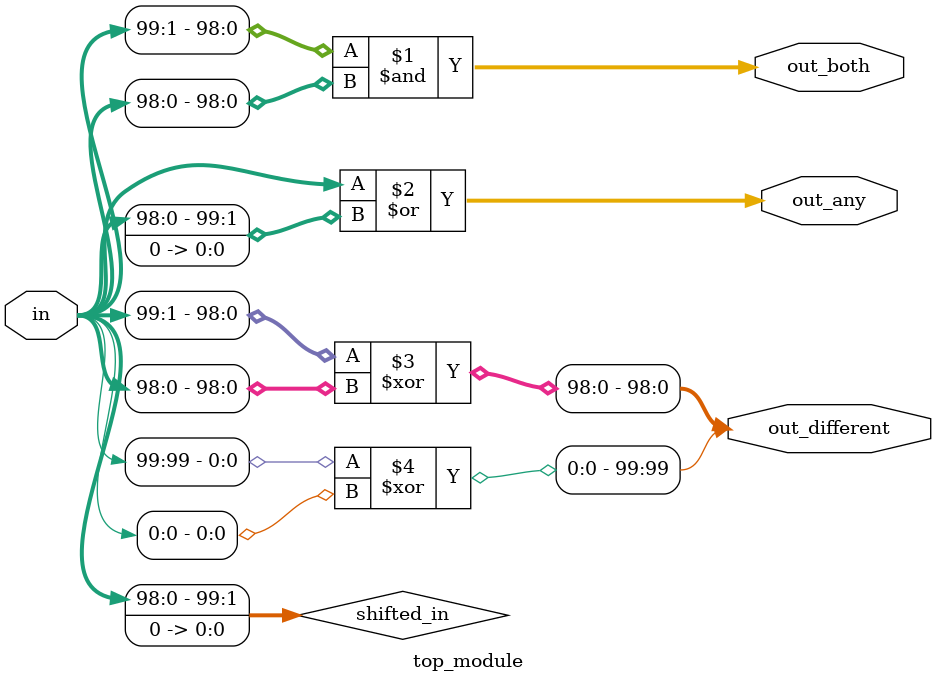
<source format=sv>
module top_module (
    input [99:0] in,
    output [98:0] out_both,
    output [99:0] out_any,
    output [99:0] out_different
);

    wire [99:0] shifted_in = {in[98:0], 1'b0};

    assign out_both = in[99:1] & in[98:0];
    assign out_any = in | shifted_in;
    assign out_different = {in[99] ^ in[0], in[99:1] ^ in[98:0]};

endmodule

</source>
